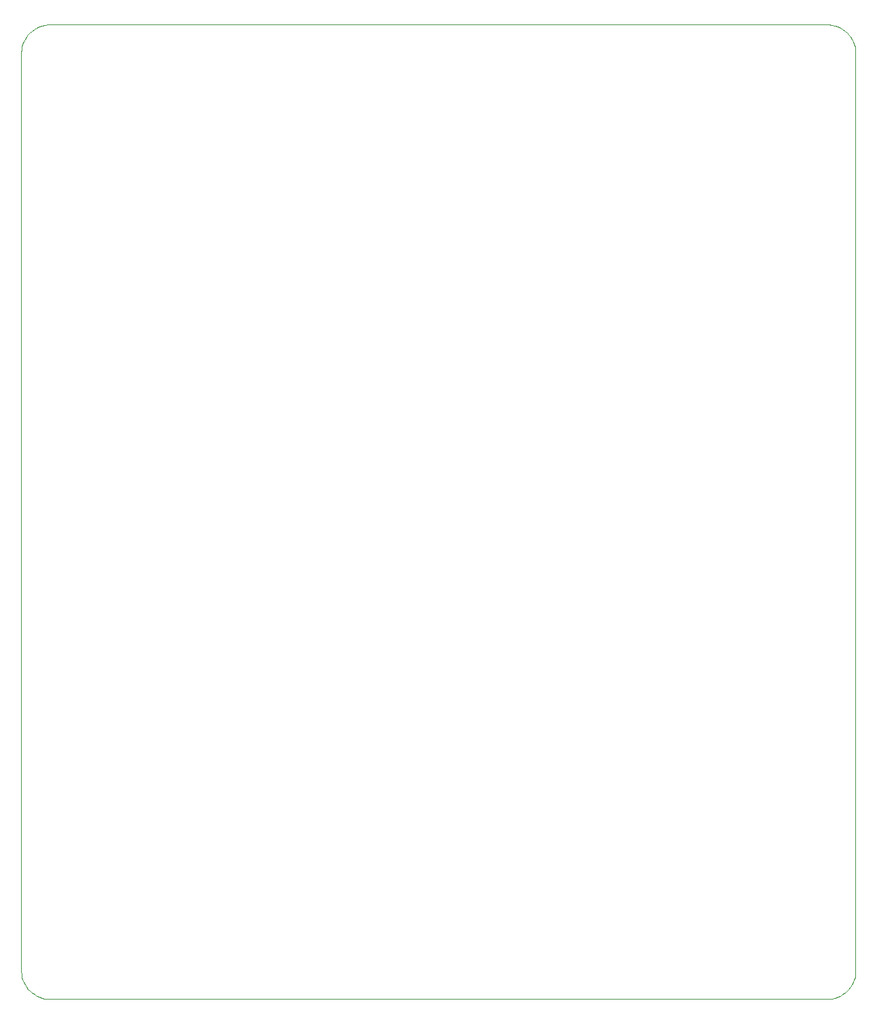
<source format=gbr>
%TF.GenerationSoftware,KiCad,Pcbnew,(6.0.7)*%
%TF.CreationDate,2022-09-02T14:13:34-05:00*%
%TF.ProjectId,BsidesKC-2022-Safe-Badge,42736964-6573-44b4-932d-323032322d53,0-c*%
%TF.SameCoordinates,Original*%
%TF.FileFunction,Profile,NP*%
%FSLAX46Y46*%
G04 Gerber Fmt 4.6, Leading zero omitted, Abs format (unit mm)*
G04 Created by KiCad (PCBNEW (6.0.7)) date 2022-09-02 14:13:34*
%MOMM*%
%LPD*%
G01*
G04 APERTURE LIST*
%TA.AperFunction,Profile*%
%ADD10C,0.100000*%
%TD*%
G04 APERTURE END LIST*
D10*
X97127160Y-148059000D02*
X96888490Y-147813000D01*
X97980460Y-148657000D02*
X97675090Y-148483000D01*
X197148000Y-149005000D02*
X196780000Y-149057000D01*
X98645070Y-148919000D02*
X98304350Y-148803000D01*
X98645070Y-27707880D02*
X99000690Y-27622490D01*
X199022000Y-148059000D02*
X198759000Y-148283000D01*
X196780000Y-149057000D02*
X196400000Y-149075000D01*
X99000690Y-149005000D02*
X98645070Y-148919000D01*
X96490390Y-29368700D02*
X96675580Y-29082100D01*
X97127160Y-28568000D02*
X97390050Y-28343960D01*
X199022000Y-28568000D02*
X199261000Y-28814600D01*
X96675580Y-147545000D02*
X96490390Y-147259000D01*
X96063678Y-145955000D02*
X96044641Y-145599000D01*
X199814000Y-29672700D02*
X199938000Y-29992300D01*
X199474000Y-29082100D02*
X199659000Y-29368700D01*
X97390050Y-28343960D02*
X97675090Y-28144210D01*
X198474000Y-28144210D02*
X198759000Y-28343970D01*
X97675090Y-148483000D02*
X97390050Y-148283000D01*
X96675580Y-29082100D02*
X96888490Y-28814600D01*
X197148000Y-27622480D02*
X197504000Y-27707880D01*
X198759000Y-148283000D02*
X198474000Y-148483000D01*
X96334858Y-146955000D02*
X96210535Y-146635000D01*
X196400000Y-27552110D02*
X196780000Y-27569980D01*
X199938000Y-29992300D02*
X200030000Y-30326000D01*
X200086000Y-30671900D02*
X200105000Y-31028300D01*
X199938000Y-146635000D02*
X199814000Y-146955000D01*
X99748960Y-27552120D02*
X99748960Y-27552110D01*
X197845000Y-27824440D02*
X198169000Y-27970460D01*
X96063678Y-30671900D02*
X96119624Y-30326000D01*
X199659000Y-147259000D02*
X199474000Y-147545000D01*
X96044641Y-31028300D02*
X96063678Y-30671900D01*
X199814000Y-146955000D02*
X199659000Y-147259000D01*
X197504000Y-148919000D02*
X197148000Y-149005000D01*
X199261000Y-147813000D02*
X199022000Y-148059000D01*
X198169000Y-27970460D02*
X198474000Y-28144210D01*
X96334858Y-29672700D02*
X96490390Y-29368700D01*
X96119624Y-30326000D02*
X96210535Y-29992300D01*
X99000690Y-27622490D02*
X99369250Y-27569990D01*
X197845000Y-148803000D02*
X197504000Y-148919000D01*
X199659000Y-29368700D02*
X199814000Y-29672700D01*
X96210535Y-29992300D02*
X96334858Y-29672700D01*
X98304350Y-27824440D02*
X98645070Y-27707880D01*
X99369250Y-149057000D02*
X99000690Y-149005000D01*
X96490390Y-147259000D02*
X96334858Y-146955000D01*
X97980460Y-27970460D02*
X98304350Y-27824440D01*
X96119624Y-146301000D02*
X96063678Y-145955000D01*
X96888490Y-147813000D02*
X96675580Y-147545000D01*
X200105000Y-31028300D02*
X200105000Y-145599000D01*
X200105000Y-145599000D02*
X200086000Y-145955000D01*
X96210535Y-146635000D02*
X96119624Y-146301000D01*
X200030000Y-30326000D02*
X200086000Y-30671900D01*
X199474000Y-147545000D02*
X199261000Y-147813000D01*
X97675090Y-28144210D02*
X97980460Y-27970460D01*
X99748960Y-27552120D02*
X99748960Y-27552120D01*
X96888490Y-28814600D02*
X97127160Y-28568000D01*
X200086000Y-145955000D02*
X200030000Y-146301000D01*
X99748960Y-149075000D02*
X99369250Y-149057000D01*
X198759000Y-28343970D02*
X199022000Y-28568000D01*
X196400000Y-149075000D02*
X99748960Y-149075000D01*
X99369250Y-27569990D02*
X99748960Y-27552120D01*
X97390050Y-148283000D02*
X97127160Y-148059000D01*
X199261000Y-28814600D02*
X199474000Y-29082100D01*
X99748960Y-27552110D02*
X196400000Y-27552110D01*
X96044641Y-145599000D02*
X96044641Y-31028300D01*
X197504000Y-27707880D02*
X197845000Y-27824440D01*
X196780000Y-27569980D02*
X197148000Y-27622480D01*
X200030000Y-146301000D02*
X199938000Y-146635000D01*
X198474000Y-148483000D02*
X198169000Y-148657000D01*
X198169000Y-148657000D02*
X197845000Y-148803000D01*
X98304350Y-148803000D02*
X97980460Y-148657000D01*
M02*

</source>
